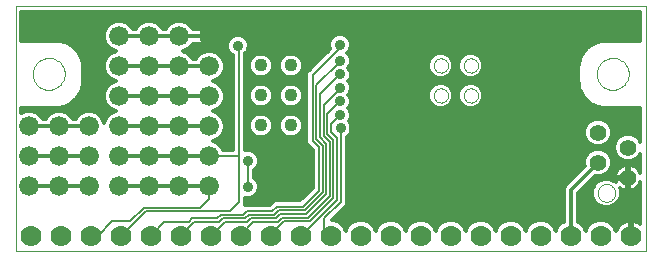
<source format=gbl>
G75*
G70*
%OFA0B0*%
%FSLAX24Y24*%
%IPPOS*%
%LPD*%
%AMOC8*
5,1,8,0,0,1.08239X$1,22.5*
%
%ADD10C,0.0000*%
%ADD11C,0.0700*%
%ADD12C,0.0436*%
%ADD13C,0.0554*%
%ADD14C,0.0120*%
%ADD15C,0.0660*%
%ADD16C,0.0357*%
%ADD17C,0.0060*%
D10*
X000302Y002258D02*
X000302Y010408D01*
X021302Y010408D01*
X021302Y002258D01*
X000302Y002258D01*
X014236Y007438D02*
X014238Y007468D01*
X014244Y007498D01*
X014253Y007527D01*
X014266Y007554D01*
X014283Y007579D01*
X014302Y007602D01*
X014325Y007623D01*
X014350Y007640D01*
X014376Y007654D01*
X014405Y007664D01*
X014434Y007671D01*
X014464Y007674D01*
X014495Y007673D01*
X014525Y007668D01*
X014554Y007659D01*
X014581Y007647D01*
X014607Y007632D01*
X014631Y007613D01*
X014652Y007591D01*
X014670Y007567D01*
X014685Y007540D01*
X014696Y007512D01*
X014704Y007483D01*
X014708Y007453D01*
X014708Y007423D01*
X014704Y007393D01*
X014696Y007364D01*
X014685Y007336D01*
X014670Y007309D01*
X014652Y007285D01*
X014631Y007263D01*
X014607Y007244D01*
X014581Y007229D01*
X014554Y007217D01*
X014525Y007208D01*
X014495Y007203D01*
X014464Y007202D01*
X014434Y007205D01*
X014405Y007212D01*
X014376Y007222D01*
X014350Y007236D01*
X014325Y007253D01*
X014302Y007274D01*
X014283Y007297D01*
X014266Y007322D01*
X014253Y007349D01*
X014244Y007378D01*
X014238Y007408D01*
X014236Y007438D01*
X015236Y007438D02*
X015238Y007468D01*
X015244Y007498D01*
X015253Y007527D01*
X015266Y007554D01*
X015283Y007579D01*
X015302Y007602D01*
X015325Y007623D01*
X015350Y007640D01*
X015376Y007654D01*
X015405Y007664D01*
X015434Y007671D01*
X015464Y007674D01*
X015495Y007673D01*
X015525Y007668D01*
X015554Y007659D01*
X015581Y007647D01*
X015607Y007632D01*
X015631Y007613D01*
X015652Y007591D01*
X015670Y007567D01*
X015685Y007540D01*
X015696Y007512D01*
X015704Y007483D01*
X015708Y007453D01*
X015708Y007423D01*
X015704Y007393D01*
X015696Y007364D01*
X015685Y007336D01*
X015670Y007309D01*
X015652Y007285D01*
X015631Y007263D01*
X015607Y007244D01*
X015581Y007229D01*
X015554Y007217D01*
X015525Y007208D01*
X015495Y007203D01*
X015464Y007202D01*
X015434Y007205D01*
X015405Y007212D01*
X015376Y007222D01*
X015350Y007236D01*
X015325Y007253D01*
X015302Y007274D01*
X015283Y007297D01*
X015266Y007322D01*
X015253Y007349D01*
X015244Y007378D01*
X015238Y007408D01*
X015236Y007438D01*
X015236Y008438D02*
X015238Y008468D01*
X015244Y008498D01*
X015253Y008527D01*
X015266Y008554D01*
X015283Y008579D01*
X015302Y008602D01*
X015325Y008623D01*
X015350Y008640D01*
X015376Y008654D01*
X015405Y008664D01*
X015434Y008671D01*
X015464Y008674D01*
X015495Y008673D01*
X015525Y008668D01*
X015554Y008659D01*
X015581Y008647D01*
X015607Y008632D01*
X015631Y008613D01*
X015652Y008591D01*
X015670Y008567D01*
X015685Y008540D01*
X015696Y008512D01*
X015704Y008483D01*
X015708Y008453D01*
X015708Y008423D01*
X015704Y008393D01*
X015696Y008364D01*
X015685Y008336D01*
X015670Y008309D01*
X015652Y008285D01*
X015631Y008263D01*
X015607Y008244D01*
X015581Y008229D01*
X015554Y008217D01*
X015525Y008208D01*
X015495Y008203D01*
X015464Y008202D01*
X015434Y008205D01*
X015405Y008212D01*
X015376Y008222D01*
X015350Y008236D01*
X015325Y008253D01*
X015302Y008274D01*
X015283Y008297D01*
X015266Y008322D01*
X015253Y008349D01*
X015244Y008378D01*
X015238Y008408D01*
X015236Y008438D01*
X014236Y008438D02*
X014238Y008468D01*
X014244Y008498D01*
X014253Y008527D01*
X014266Y008554D01*
X014283Y008579D01*
X014302Y008602D01*
X014325Y008623D01*
X014350Y008640D01*
X014376Y008654D01*
X014405Y008664D01*
X014434Y008671D01*
X014464Y008674D01*
X014495Y008673D01*
X014525Y008668D01*
X014554Y008659D01*
X014581Y008647D01*
X014607Y008632D01*
X014631Y008613D01*
X014652Y008591D01*
X014670Y008567D01*
X014685Y008540D01*
X014696Y008512D01*
X014704Y008483D01*
X014708Y008453D01*
X014708Y008423D01*
X014704Y008393D01*
X014696Y008364D01*
X014685Y008336D01*
X014670Y008309D01*
X014652Y008285D01*
X014631Y008263D01*
X014607Y008244D01*
X014581Y008229D01*
X014554Y008217D01*
X014525Y008208D01*
X014495Y008203D01*
X014464Y008202D01*
X014434Y008205D01*
X014405Y008212D01*
X014376Y008222D01*
X014350Y008236D01*
X014325Y008253D01*
X014302Y008274D01*
X014283Y008297D01*
X014266Y008322D01*
X014253Y008349D01*
X014244Y008378D01*
X014238Y008408D01*
X014236Y008438D01*
X019671Y008158D02*
X019673Y008204D01*
X019679Y008249D01*
X019689Y008294D01*
X019702Y008337D01*
X019719Y008380D01*
X019740Y008420D01*
X019764Y008459D01*
X019792Y008495D01*
X019823Y008529D01*
X019856Y008561D01*
X019892Y008589D01*
X019930Y008614D01*
X019970Y008636D01*
X020012Y008654D01*
X020055Y008668D01*
X020100Y008679D01*
X020145Y008686D01*
X020191Y008689D01*
X020236Y008688D01*
X020282Y008683D01*
X020327Y008674D01*
X020370Y008662D01*
X020413Y008645D01*
X020454Y008625D01*
X020493Y008602D01*
X020531Y008575D01*
X020565Y008545D01*
X020597Y008513D01*
X020626Y008477D01*
X020652Y008440D01*
X020675Y008400D01*
X020694Y008359D01*
X020709Y008316D01*
X020721Y008271D01*
X020729Y008226D01*
X020733Y008181D01*
X020733Y008135D01*
X020729Y008090D01*
X020721Y008045D01*
X020709Y008000D01*
X020694Y007957D01*
X020675Y007916D01*
X020652Y007876D01*
X020626Y007839D01*
X020597Y007803D01*
X020565Y007771D01*
X020531Y007741D01*
X020493Y007714D01*
X020454Y007691D01*
X020413Y007671D01*
X020370Y007654D01*
X020327Y007642D01*
X020282Y007633D01*
X020236Y007628D01*
X020191Y007627D01*
X020145Y007630D01*
X020100Y007637D01*
X020055Y007648D01*
X020012Y007662D01*
X019970Y007680D01*
X019930Y007702D01*
X019892Y007727D01*
X019856Y007755D01*
X019823Y007787D01*
X019792Y007821D01*
X019764Y007857D01*
X019740Y007896D01*
X019719Y007936D01*
X019702Y007979D01*
X019689Y008022D01*
X019679Y008067D01*
X019673Y008112D01*
X019671Y008158D01*
X019696Y004188D02*
X019698Y004222D01*
X019704Y004256D01*
X019714Y004289D01*
X019727Y004320D01*
X019745Y004350D01*
X019765Y004378D01*
X019789Y004403D01*
X019815Y004425D01*
X019843Y004443D01*
X019874Y004459D01*
X019906Y004471D01*
X019940Y004479D01*
X019974Y004483D01*
X020008Y004483D01*
X020042Y004479D01*
X020076Y004471D01*
X020108Y004459D01*
X020138Y004443D01*
X020167Y004425D01*
X020193Y004403D01*
X020217Y004378D01*
X020237Y004350D01*
X020255Y004320D01*
X020268Y004289D01*
X020278Y004256D01*
X020284Y004222D01*
X020286Y004188D01*
X020284Y004154D01*
X020278Y004120D01*
X020268Y004087D01*
X020255Y004056D01*
X020237Y004026D01*
X020217Y003998D01*
X020193Y003973D01*
X020167Y003951D01*
X020139Y003933D01*
X020108Y003917D01*
X020076Y003905D01*
X020042Y003897D01*
X020008Y003893D01*
X019974Y003893D01*
X019940Y003897D01*
X019906Y003905D01*
X019874Y003917D01*
X019843Y003933D01*
X019815Y003951D01*
X019789Y003973D01*
X019765Y003998D01*
X019745Y004026D01*
X019727Y004056D01*
X019714Y004087D01*
X019704Y004120D01*
X019698Y004154D01*
X019696Y004188D01*
X000871Y008158D02*
X000873Y008204D01*
X000879Y008249D01*
X000889Y008294D01*
X000902Y008337D01*
X000919Y008380D01*
X000940Y008420D01*
X000964Y008459D01*
X000992Y008495D01*
X001023Y008529D01*
X001056Y008561D01*
X001092Y008589D01*
X001130Y008614D01*
X001170Y008636D01*
X001212Y008654D01*
X001255Y008668D01*
X001300Y008679D01*
X001345Y008686D01*
X001391Y008689D01*
X001436Y008688D01*
X001482Y008683D01*
X001527Y008674D01*
X001570Y008662D01*
X001613Y008645D01*
X001654Y008625D01*
X001693Y008602D01*
X001731Y008575D01*
X001765Y008545D01*
X001797Y008513D01*
X001826Y008477D01*
X001852Y008440D01*
X001875Y008400D01*
X001894Y008359D01*
X001909Y008316D01*
X001921Y008271D01*
X001929Y008226D01*
X001933Y008181D01*
X001933Y008135D01*
X001929Y008090D01*
X001921Y008045D01*
X001909Y008000D01*
X001894Y007957D01*
X001875Y007916D01*
X001852Y007876D01*
X001826Y007839D01*
X001797Y007803D01*
X001765Y007771D01*
X001731Y007741D01*
X001693Y007714D01*
X001654Y007691D01*
X001613Y007671D01*
X001570Y007654D01*
X001527Y007642D01*
X001482Y007633D01*
X001436Y007628D01*
X001391Y007627D01*
X001345Y007630D01*
X001300Y007637D01*
X001255Y007648D01*
X001212Y007662D01*
X001170Y007680D01*
X001130Y007702D01*
X001092Y007727D01*
X001056Y007755D01*
X001023Y007787D01*
X000992Y007821D01*
X000964Y007857D01*
X000940Y007896D01*
X000919Y007936D01*
X000902Y007979D01*
X000889Y008022D01*
X000879Y008067D01*
X000873Y008112D01*
X000871Y008158D01*
D11*
X000802Y002758D03*
X001802Y002758D03*
X002802Y002758D03*
X003802Y002758D03*
X004802Y002758D03*
X005802Y002758D03*
X006802Y002758D03*
X007802Y002758D03*
X008802Y002758D03*
X009802Y002758D03*
X010802Y002758D03*
X011802Y002758D03*
X012802Y002758D03*
X013802Y002758D03*
X014802Y002758D03*
X015802Y002758D03*
X016802Y002758D03*
X017802Y002758D03*
X018802Y002758D03*
X019802Y002758D03*
X020802Y002758D03*
D12*
X009472Y006438D03*
X008472Y006438D03*
X008472Y007438D03*
X009472Y007438D03*
X009472Y008438D03*
X008472Y008438D03*
D13*
X019712Y006198D03*
X020712Y005698D03*
X019712Y005198D03*
X020712Y004698D03*
D14*
X020684Y004726D02*
X020684Y004669D01*
X020741Y004669D01*
X020741Y004260D01*
X020747Y004260D01*
X020815Y004271D01*
X020880Y004292D01*
X020941Y004324D01*
X020997Y004364D01*
X021046Y004413D01*
X021086Y004469D01*
X021117Y004530D01*
X021122Y004545D01*
X021122Y003155D01*
X021070Y003194D01*
X020998Y003230D01*
X020922Y003255D01*
X020842Y003268D01*
X020841Y003268D01*
X020841Y002796D01*
X020764Y002796D01*
X020764Y003268D01*
X020762Y003268D01*
X020683Y003255D01*
X020607Y003230D01*
X020535Y003194D01*
X020470Y003147D01*
X020413Y003090D01*
X020366Y003025D01*
X020330Y002953D01*
X020314Y002906D01*
X020252Y003058D01*
X020103Y003207D01*
X019908Y003288D01*
X019697Y003288D01*
X019502Y003207D01*
X019353Y003058D01*
X019302Y002935D01*
X019252Y003058D01*
X019103Y003207D01*
X019042Y003232D01*
X019042Y004188D01*
X019602Y004748D01*
X019621Y004740D01*
X019803Y004740D01*
X019971Y004810D01*
X020100Y004939D01*
X020169Y005107D01*
X020169Y005289D01*
X020100Y005457D01*
X019971Y005585D01*
X019803Y005655D01*
X019621Y005655D01*
X019453Y005585D01*
X019325Y005457D01*
X019255Y005289D01*
X019255Y005107D01*
X019263Y005088D01*
X018599Y004424D01*
X018562Y004335D01*
X018562Y004240D01*
X018562Y003232D01*
X018502Y003207D01*
X018353Y003058D01*
X018302Y002935D01*
X018252Y003058D01*
X018103Y003207D01*
X017908Y003288D01*
X017697Y003288D01*
X017502Y003207D01*
X017353Y003058D01*
X017302Y002935D01*
X017252Y003058D01*
X017103Y003207D01*
X016908Y003288D01*
X016697Y003288D01*
X016502Y003207D01*
X016353Y003058D01*
X016302Y002935D01*
X016252Y003058D01*
X016103Y003207D01*
X015908Y003288D01*
X015697Y003288D01*
X015502Y003207D01*
X015353Y003058D01*
X015302Y002935D01*
X015252Y003058D01*
X015103Y003207D01*
X014908Y003288D01*
X014697Y003288D01*
X014502Y003207D01*
X014353Y003058D01*
X014302Y002935D01*
X014252Y003058D01*
X014103Y003207D01*
X013908Y003288D01*
X013697Y003288D01*
X013502Y003207D01*
X013353Y003058D01*
X013302Y002935D01*
X013252Y003058D01*
X013103Y003207D01*
X012908Y003288D01*
X012697Y003288D01*
X012502Y003207D01*
X012353Y003058D01*
X012302Y002935D01*
X012252Y003058D01*
X012103Y003207D01*
X011908Y003288D01*
X011697Y003288D01*
X011502Y003207D01*
X011353Y003058D01*
X011302Y002935D01*
X011252Y003058D01*
X011103Y003207D01*
X010908Y003288D01*
X010839Y003288D01*
X011342Y003791D01*
X011342Y003965D01*
X011342Y006040D01*
X011436Y006134D01*
X011491Y006266D01*
X011491Y006409D01*
X011436Y006541D01*
X011400Y006578D01*
X011406Y006584D01*
X011461Y006716D01*
X011461Y006859D01*
X011406Y006991D01*
X011385Y007013D01*
X011406Y007034D01*
X011461Y007166D01*
X011461Y007309D01*
X011406Y007441D01*
X011385Y007463D01*
X011406Y007484D01*
X011461Y007616D01*
X011461Y007759D01*
X011406Y007891D01*
X011385Y007913D01*
X011406Y007934D01*
X011461Y008066D01*
X014281Y008066D01*
X014237Y008085D02*
X014390Y008021D01*
X014555Y008021D01*
X014708Y008085D01*
X014825Y008202D01*
X014889Y008355D01*
X014889Y008520D01*
X014825Y008673D01*
X014708Y008790D01*
X014555Y008854D01*
X014390Y008854D01*
X014237Y008790D01*
X014119Y008673D01*
X014056Y008520D01*
X014056Y008355D01*
X014119Y008202D01*
X014237Y008085D01*
X014137Y008185D02*
X011461Y008185D01*
X011461Y008209D02*
X011406Y008341D01*
X011385Y008363D01*
X011406Y008384D01*
X011461Y008516D01*
X011461Y008659D01*
X014114Y008659D01*
X014064Y008540D02*
X011461Y008540D01*
X011461Y008659D02*
X011406Y008791D01*
X011340Y008858D01*
X011406Y008924D01*
X011461Y009056D01*
X011461Y009199D01*
X011406Y009331D01*
X011306Y009432D01*
X011174Y009486D01*
X011031Y009486D01*
X010899Y009432D01*
X010798Y009331D01*
X010744Y009199D01*
X010744Y009056D01*
X010776Y008978D01*
X010115Y008318D01*
X009992Y008195D01*
X009992Y006005D01*
X009992Y005831D01*
X010202Y005621D01*
X010202Y004355D01*
X009785Y003938D01*
X009089Y003938D01*
X008915Y003938D01*
X008765Y003788D01*
X008099Y003788D01*
X007949Y003788D01*
X007952Y003791D01*
X007952Y003965D01*
X007952Y004037D01*
X007971Y004029D01*
X008114Y004029D01*
X008246Y004084D01*
X008346Y004184D01*
X008401Y004316D01*
X008401Y004459D01*
X008346Y004591D01*
X008252Y004685D01*
X008252Y004960D01*
X008346Y005054D01*
X008401Y005186D01*
X008401Y005329D01*
X008346Y005461D01*
X008246Y005562D01*
X008114Y005616D01*
X007971Y005616D01*
X007952Y005609D01*
X007952Y008840D01*
X008006Y008894D01*
X008061Y009026D01*
X008061Y009169D01*
X008006Y009301D01*
X007906Y009402D01*
X007774Y009456D01*
X007631Y009456D01*
X007499Y009402D01*
X007398Y009301D01*
X007344Y009169D01*
X007344Y009026D01*
X007398Y008894D01*
X007499Y008794D01*
X007532Y008780D01*
X007532Y005618D01*
X007217Y005618D01*
X007185Y005696D01*
X007185Y005695D02*
X007532Y005695D01*
X007532Y005814D02*
X007067Y005814D01*
X007041Y005840D02*
X006878Y005908D01*
X007041Y005975D01*
X007185Y006119D01*
X007262Y006306D01*
X007262Y006509D01*
X007185Y006696D01*
X007041Y006840D01*
X006878Y006908D01*
X007041Y006975D01*
X007185Y007119D01*
X007262Y007306D01*
X007262Y007509D01*
X007185Y007696D01*
X007041Y007840D01*
X006878Y007908D01*
X007041Y007975D01*
X007185Y008119D01*
X007262Y008306D01*
X007262Y008509D01*
X007185Y008696D01*
X007041Y008840D01*
X006854Y008918D01*
X006651Y008918D01*
X006463Y008840D01*
X006320Y008696D01*
X006300Y008648D01*
X006205Y008648D01*
X006185Y008696D01*
X006041Y008840D01*
X005878Y008908D01*
X006041Y008975D01*
X006185Y009119D01*
X006205Y009168D01*
X006800Y009168D01*
X006888Y009204D01*
X006956Y009272D01*
X006992Y009360D01*
X006992Y009455D01*
X006956Y009544D01*
X006888Y009611D01*
X006800Y009648D01*
X006205Y009648D01*
X006185Y009696D01*
X006041Y009840D01*
X005854Y009918D01*
X005651Y009918D01*
X005463Y009840D01*
X005320Y009696D01*
X005300Y009648D01*
X005205Y009648D01*
X005185Y009696D01*
X005041Y009840D01*
X004854Y009918D01*
X004651Y009918D01*
X004463Y009840D01*
X004320Y009696D01*
X004300Y009648D01*
X004205Y009648D01*
X004185Y009696D01*
X004041Y009840D01*
X003854Y009918D01*
X003651Y009918D01*
X003463Y009840D01*
X003320Y009696D01*
X003242Y009509D01*
X003242Y009306D01*
X003320Y009119D01*
X003463Y008975D01*
X003627Y008908D01*
X003463Y008840D01*
X003320Y008696D01*
X003242Y008509D01*
X003242Y008306D01*
X003320Y008119D01*
X003463Y007975D01*
X003627Y007908D01*
X003463Y007840D01*
X003320Y007696D01*
X003242Y007509D01*
X003242Y007306D01*
X003320Y007119D01*
X003463Y006975D01*
X003627Y006908D01*
X003463Y006840D01*
X003320Y006696D01*
X003252Y006533D01*
X003185Y006696D01*
X003041Y006840D01*
X002854Y006918D01*
X002651Y006918D01*
X002463Y006840D01*
X002320Y006696D01*
X002300Y006648D01*
X002205Y006648D01*
X002185Y006696D01*
X002041Y006840D01*
X001854Y006918D01*
X001651Y006918D01*
X001463Y006840D01*
X001320Y006696D01*
X001300Y006648D01*
X001205Y006648D01*
X001185Y006696D01*
X001041Y006840D01*
X000854Y006918D01*
X000651Y006918D01*
X000482Y006848D01*
X000482Y007008D01*
X001602Y007008D01*
X001738Y007017D01*
X001870Y007046D01*
X001997Y007094D01*
X002116Y007158D01*
X002224Y007240D01*
X002320Y007336D01*
X002402Y007444D01*
X002466Y007563D01*
X002514Y007690D01*
X002543Y007822D01*
X002552Y007958D01*
X002552Y008358D01*
X002541Y008498D01*
X002508Y008636D01*
X002454Y008766D01*
X002380Y008887D01*
X002289Y008994D01*
X002181Y009086D01*
X002061Y009160D01*
X001930Y009214D01*
X001793Y009247D01*
X001652Y009258D01*
X000482Y009258D01*
X000482Y010228D01*
X021122Y010228D01*
X021122Y009258D01*
X020002Y009258D01*
X019857Y009250D01*
X019715Y009220D01*
X019580Y009168D01*
X019454Y009096D01*
X019341Y009004D01*
X019244Y008897D01*
X019164Y008775D01*
X019105Y008642D01*
X019068Y008502D01*
X019052Y008358D01*
X019052Y007958D01*
X019062Y007822D01*
X019091Y007690D01*
X019138Y007563D01*
X019203Y007444D01*
X019284Y007336D01*
X019380Y007240D01*
X019489Y007158D01*
X019608Y007094D01*
X019735Y007046D01*
X019867Y007017D01*
X020002Y007008D01*
X021122Y007008D01*
X021122Y005902D01*
X021100Y005957D01*
X020971Y006085D01*
X020803Y006155D01*
X020621Y006155D01*
X020453Y006085D01*
X020325Y005957D01*
X020255Y005789D01*
X020255Y005607D01*
X020325Y005439D01*
X020453Y005310D01*
X020621Y005240D01*
X020803Y005240D01*
X020971Y005310D01*
X021100Y005439D01*
X021122Y005493D01*
X021122Y004850D01*
X021117Y004865D01*
X021086Y004927D01*
X021046Y004982D01*
X020997Y005031D01*
X020941Y005071D01*
X020880Y005103D01*
X020815Y005124D01*
X020747Y005135D01*
X020741Y005135D01*
X020741Y004726D01*
X020684Y004726D01*
X020275Y004726D01*
X020275Y004732D01*
X020286Y004800D01*
X020307Y004865D01*
X020338Y004927D01*
X020379Y004982D01*
X020428Y005031D01*
X020483Y005071D01*
X020545Y005103D01*
X020610Y005124D01*
X020678Y005135D01*
X020684Y005135D01*
X020684Y004726D01*
X020684Y004747D02*
X020741Y004747D01*
X020684Y004669D02*
X020275Y004669D01*
X020275Y004663D01*
X020286Y004595D01*
X020300Y004551D01*
X020260Y004591D01*
X020086Y004664D01*
X019897Y004664D01*
X019722Y004591D01*
X019588Y004457D01*
X019516Y004283D01*
X019516Y004094D01*
X019588Y003919D01*
X019722Y003785D01*
X019897Y003713D01*
X020086Y003713D01*
X020260Y003785D01*
X020394Y003919D01*
X020466Y004094D01*
X020466Y004283D01*
X020435Y004359D01*
X020483Y004324D01*
X020545Y004292D01*
X020610Y004271D01*
X020678Y004260D01*
X020684Y004260D01*
X020684Y004669D01*
X020684Y004629D02*
X020741Y004629D01*
X020741Y004510D02*
X020684Y004510D01*
X020684Y004391D02*
X020741Y004391D01*
X020741Y004273D02*
X020684Y004273D01*
X020605Y004273D02*
X020466Y004273D01*
X020466Y004154D02*
X021122Y004154D01*
X021122Y004036D02*
X020442Y004036D01*
X020392Y003917D02*
X021122Y003917D01*
X021122Y003799D02*
X020274Y003799D01*
X019709Y003799D02*
X019042Y003799D01*
X019042Y003917D02*
X019590Y003917D01*
X019540Y004036D02*
X019042Y004036D01*
X019042Y004154D02*
X019516Y004154D01*
X019516Y004273D02*
X019127Y004273D01*
X019246Y004391D02*
X019561Y004391D01*
X019641Y004510D02*
X019364Y004510D01*
X019483Y004629D02*
X019812Y004629D01*
X019819Y004747D02*
X020278Y004747D01*
X020281Y004629D02*
X020170Y004629D01*
X020307Y004866D02*
X020027Y004866D01*
X020119Y004984D02*
X020381Y004984D01*
X020684Y004984D02*
X020741Y004984D01*
X020741Y004866D02*
X020684Y004866D01*
X021044Y004984D02*
X021122Y004984D01*
X021117Y004866D02*
X021122Y004866D01*
X021122Y005103D02*
X020880Y005103D01*
X020741Y005103D02*
X020684Y005103D01*
X020544Y005103D02*
X020168Y005103D01*
X020169Y005221D02*
X021122Y005221D01*
X021122Y005340D02*
X021001Y005340D01*
X021108Y005458D02*
X021122Y005458D01*
X020424Y005340D02*
X020148Y005340D01*
X020098Y005458D02*
X020317Y005458D01*
X020268Y005577D02*
X019980Y005577D01*
X020255Y005695D02*
X011342Y005695D01*
X011342Y005577D02*
X019445Y005577D01*
X019327Y005458D02*
X011342Y005458D01*
X011342Y005340D02*
X019276Y005340D01*
X019255Y005221D02*
X011342Y005221D01*
X011342Y005103D02*
X019257Y005103D01*
X019712Y005198D02*
X018802Y004288D01*
X018802Y002758D01*
X018316Y002969D02*
X018288Y002969D01*
X018222Y003087D02*
X018383Y003087D01*
X018501Y003206D02*
X018104Y003206D01*
X018562Y003325D02*
X010876Y003325D01*
X010995Y003443D02*
X018562Y003443D01*
X018562Y003562D02*
X011113Y003562D01*
X011232Y003680D02*
X018562Y003680D01*
X018562Y003799D02*
X011342Y003799D01*
X011342Y003917D02*
X018562Y003917D01*
X018562Y004036D02*
X011342Y004036D01*
X011342Y004154D02*
X018562Y004154D01*
X018562Y004273D02*
X011342Y004273D01*
X011342Y004391D02*
X018586Y004391D01*
X018685Y004510D02*
X011342Y004510D01*
X011342Y004629D02*
X018804Y004629D01*
X018922Y004747D02*
X011342Y004747D01*
X011342Y004866D02*
X019041Y004866D01*
X019159Y004984D02*
X011342Y004984D01*
X010202Y004984D02*
X008276Y004984D01*
X008252Y004866D02*
X010202Y004866D01*
X010202Y004747D02*
X008252Y004747D01*
X008309Y004629D02*
X010202Y004629D01*
X010202Y004510D02*
X008380Y004510D01*
X008401Y004391D02*
X010202Y004391D01*
X010121Y004273D02*
X008383Y004273D01*
X008316Y004154D02*
X010002Y004154D01*
X009884Y004036D02*
X008130Y004036D01*
X007954Y004036D02*
X007952Y004036D01*
X007952Y003917D02*
X008895Y003917D01*
X008776Y003799D02*
X007952Y003799D01*
X006752Y004408D02*
X005752Y004408D01*
X004752Y004408D01*
X003752Y004408D01*
X002752Y004408D02*
X001752Y004408D01*
X000752Y004408D01*
X000752Y005408D02*
X001752Y005408D01*
X002752Y005408D01*
X003752Y005408D02*
X004752Y005408D01*
X005752Y005408D01*
X006752Y005408D01*
X007041Y005840D02*
X007185Y005696D01*
X006938Y005932D02*
X007532Y005932D01*
X007532Y006051D02*
X007117Y006051D01*
X007206Y006170D02*
X007532Y006170D01*
X007532Y006288D02*
X007255Y006288D01*
X007262Y006407D02*
X007532Y006407D01*
X007532Y006525D02*
X007256Y006525D01*
X007207Y006644D02*
X007532Y006644D01*
X007532Y006762D02*
X007119Y006762D01*
X006943Y006881D02*
X007532Y006881D01*
X007532Y006999D02*
X007065Y006999D01*
X007184Y007118D02*
X007532Y007118D01*
X007532Y007236D02*
X007233Y007236D01*
X007262Y007355D02*
X007532Y007355D01*
X007532Y007474D02*
X007262Y007474D01*
X007228Y007592D02*
X007532Y007592D01*
X007532Y007711D02*
X007171Y007711D01*
X007052Y007829D02*
X007532Y007829D01*
X007532Y007948D02*
X006975Y007948D01*
X007132Y008066D02*
X007532Y008066D01*
X007532Y008185D02*
X007212Y008185D01*
X007261Y008303D02*
X007532Y008303D01*
X007532Y008422D02*
X007262Y008422D01*
X007249Y008540D02*
X007532Y008540D01*
X007532Y008659D02*
X007200Y008659D01*
X007104Y008778D02*
X007532Y008778D01*
X007398Y008896D02*
X006906Y008896D01*
X006599Y008896D02*
X005906Y008896D01*
X006081Y009015D02*
X007348Y009015D01*
X007344Y009133D02*
X006191Y009133D01*
X005752Y009408D02*
X006752Y009408D01*
X006979Y009489D02*
X021122Y009489D01*
X021122Y009607D02*
X006892Y009607D01*
X006992Y009370D02*
X007468Y009370D01*
X007378Y009252D02*
X006936Y009252D01*
X006155Y009726D02*
X021122Y009726D01*
X021122Y009844D02*
X006031Y009844D01*
X005474Y009844D02*
X005031Y009844D01*
X005155Y009726D02*
X005349Y009726D01*
X005752Y009408D02*
X004752Y009408D01*
X003752Y009408D01*
X003283Y009607D02*
X000482Y009607D01*
X000482Y009489D02*
X003242Y009489D01*
X003242Y009370D02*
X000482Y009370D01*
X000482Y009726D02*
X003349Y009726D01*
X003474Y009844D02*
X000482Y009844D01*
X000482Y009963D02*
X021122Y009963D01*
X021122Y010081D02*
X000482Y010081D01*
X000482Y010200D02*
X021122Y010200D01*
X021122Y009370D02*
X011367Y009370D01*
X011439Y009252D02*
X019887Y009252D01*
X019519Y009133D02*
X011461Y009133D01*
X011444Y009015D02*
X019354Y009015D01*
X019243Y008896D02*
X011378Y008896D01*
X011412Y008778D02*
X014224Y008778D01*
X014721Y008778D02*
X015224Y008778D01*
X015237Y008790D02*
X015119Y008673D01*
X015056Y008520D01*
X015056Y008355D01*
X015119Y008202D01*
X015237Y008085D01*
X015390Y008021D01*
X015555Y008021D01*
X015708Y008085D01*
X015825Y008202D01*
X015889Y008355D01*
X015889Y008520D01*
X015825Y008673D01*
X015708Y008790D01*
X015555Y008854D01*
X015390Y008854D01*
X015237Y008790D01*
X015114Y008659D02*
X014831Y008659D01*
X014880Y008540D02*
X015064Y008540D01*
X015056Y008422D02*
X014889Y008422D01*
X014867Y008303D02*
X015077Y008303D01*
X015137Y008185D02*
X014808Y008185D01*
X014663Y008066D02*
X015281Y008066D01*
X015663Y008066D02*
X019052Y008066D01*
X019052Y008185D02*
X015808Y008185D01*
X015867Y008303D02*
X019052Y008303D01*
X019059Y008422D02*
X015889Y008422D01*
X015880Y008540D02*
X019078Y008540D01*
X019113Y008659D02*
X015831Y008659D01*
X015721Y008778D02*
X019166Y008778D01*
X019053Y007948D02*
X011412Y007948D01*
X011432Y007829D02*
X014330Y007829D01*
X014390Y007854D02*
X014237Y007790D01*
X014119Y007673D01*
X014056Y007520D01*
X014056Y007355D01*
X011442Y007355D01*
X011461Y007236D02*
X014105Y007236D01*
X014119Y007202D02*
X014237Y007085D01*
X014390Y007021D01*
X014555Y007021D01*
X014708Y007085D01*
X014825Y007202D01*
X014889Y007355D01*
X015056Y007355D01*
X015119Y007202D01*
X015237Y007085D01*
X015390Y007021D01*
X015555Y007021D01*
X015708Y007085D01*
X015825Y007202D01*
X015889Y007355D01*
X019270Y007355D01*
X019187Y007474D02*
X015889Y007474D01*
X015889Y007520D02*
X015825Y007673D01*
X015708Y007790D01*
X015555Y007854D01*
X015390Y007854D01*
X015237Y007790D01*
X015119Y007673D01*
X015056Y007520D01*
X015056Y007355D01*
X015056Y007474D02*
X014889Y007474D01*
X014889Y007520D02*
X014825Y007673D01*
X014708Y007790D01*
X014555Y007854D01*
X014390Y007854D01*
X014615Y007829D02*
X015330Y007829D01*
X015157Y007711D02*
X014788Y007711D01*
X014859Y007592D02*
X015086Y007592D01*
X014889Y007520D02*
X014889Y007355D01*
X014840Y007236D02*
X015105Y007236D01*
X015203Y007118D02*
X014741Y007118D01*
X014203Y007118D02*
X011441Y007118D01*
X011398Y006999D02*
X021122Y006999D01*
X021122Y006881D02*
X011452Y006881D01*
X011461Y006762D02*
X021122Y006762D01*
X021122Y006644D02*
X019830Y006644D01*
X019803Y006655D02*
X019621Y006655D01*
X019453Y006585D01*
X019325Y006457D01*
X019255Y006289D01*
X019255Y006107D01*
X019325Y005939D01*
X019453Y005810D01*
X019621Y005740D01*
X019803Y005740D01*
X019971Y005810D01*
X020100Y005939D01*
X020169Y006107D01*
X020169Y006289D01*
X020100Y006457D01*
X019971Y006585D01*
X019803Y006655D01*
X019595Y006644D02*
X011431Y006644D01*
X011443Y006525D02*
X019393Y006525D01*
X019304Y006407D02*
X011491Y006407D01*
X011491Y006288D02*
X019255Y006288D01*
X019255Y006170D02*
X011451Y006170D01*
X011353Y006051D02*
X019278Y006051D01*
X019331Y005932D02*
X011342Y005932D01*
X011342Y005814D02*
X019450Y005814D01*
X019975Y005814D02*
X020266Y005814D01*
X020315Y005932D02*
X020094Y005932D01*
X020146Y006051D02*
X020419Y006051D01*
X020169Y006170D02*
X021122Y006170D01*
X021122Y006288D02*
X020169Y006288D01*
X020121Y006407D02*
X021122Y006407D01*
X021122Y006525D02*
X020031Y006525D01*
X021005Y006051D02*
X021122Y006051D01*
X021110Y005932D02*
X021122Y005932D01*
X019606Y004747D02*
X019601Y004747D01*
X020820Y004273D02*
X021122Y004273D01*
X021122Y004391D02*
X021024Y004391D01*
X021107Y004510D02*
X021122Y004510D01*
X021122Y003680D02*
X019042Y003680D01*
X019042Y003562D02*
X021122Y003562D01*
X021122Y003443D02*
X019042Y003443D01*
X019042Y003325D02*
X021122Y003325D01*
X021122Y003206D02*
X021046Y003206D01*
X020841Y003206D02*
X020764Y003206D01*
X020764Y003087D02*
X020841Y003087D01*
X020559Y003206D02*
X020104Y003206D01*
X020222Y003087D02*
X020412Y003087D01*
X020338Y002969D02*
X020289Y002969D01*
X020764Y002969D02*
X020841Y002969D01*
X020841Y002850D02*
X020764Y002850D01*
X019501Y003206D02*
X019104Y003206D01*
X019222Y003087D02*
X019383Y003087D01*
X019316Y002969D02*
X019289Y002969D01*
X017501Y003206D02*
X017104Y003206D01*
X017222Y003087D02*
X017383Y003087D01*
X017316Y002969D02*
X017288Y002969D01*
X016501Y003206D02*
X016104Y003206D01*
X016222Y003087D02*
X016383Y003087D01*
X016316Y002969D02*
X016288Y002969D01*
X015501Y003206D02*
X015104Y003206D01*
X015222Y003087D02*
X015383Y003087D01*
X015316Y002969D02*
X015288Y002969D01*
X014501Y003206D02*
X014104Y003206D01*
X014222Y003087D02*
X014383Y003087D01*
X014316Y002969D02*
X014288Y002969D01*
X013501Y003206D02*
X013104Y003206D01*
X013222Y003087D02*
X013383Y003087D01*
X013316Y002969D02*
X013288Y002969D01*
X012501Y003206D02*
X012104Y003206D01*
X012222Y003087D02*
X012383Y003087D01*
X012316Y002969D02*
X012288Y002969D01*
X011501Y003206D02*
X011104Y003206D01*
X011222Y003087D02*
X011383Y003087D01*
X011316Y002969D02*
X011288Y002969D01*
X010202Y005103D02*
X008366Y005103D01*
X008401Y005221D02*
X010202Y005221D01*
X010202Y005340D02*
X008397Y005340D01*
X008348Y005458D02*
X010202Y005458D01*
X010202Y005577D02*
X008209Y005577D01*
X007952Y005695D02*
X010128Y005695D01*
X010009Y005814D02*
X007952Y005814D01*
X007952Y005932D02*
X009992Y005932D01*
X009698Y006100D02*
X009552Y006040D01*
X009393Y006040D01*
X009247Y006100D01*
X009135Y006212D01*
X009074Y006358D01*
X009074Y006517D01*
X009135Y006663D01*
X009247Y006775D01*
X009393Y006836D01*
X009552Y006836D01*
X009698Y006775D01*
X009810Y006663D01*
X009870Y006517D01*
X009870Y006358D01*
X009810Y006212D01*
X009698Y006100D01*
X009767Y006170D02*
X009992Y006170D01*
X009992Y006288D02*
X009841Y006288D01*
X009870Y006407D02*
X009992Y006407D01*
X009992Y006525D02*
X009867Y006525D01*
X009818Y006644D02*
X009992Y006644D01*
X009992Y006762D02*
X009711Y006762D01*
X009992Y006881D02*
X007952Y006881D01*
X007952Y006999D02*
X009992Y006999D01*
X009810Y007212D02*
X009698Y007100D01*
X009552Y007040D01*
X009393Y007040D01*
X009247Y007100D01*
X009135Y007212D01*
X009074Y007358D01*
X009074Y007517D01*
X009135Y007663D01*
X009247Y007775D01*
X009393Y007836D01*
X009552Y007836D01*
X009698Y007775D01*
X009810Y007663D01*
X009870Y007517D01*
X009870Y007358D01*
X009810Y007212D01*
X009820Y007236D02*
X009992Y007236D01*
X009992Y007118D02*
X009716Y007118D01*
X009229Y007118D02*
X008716Y007118D01*
X008698Y007100D02*
X008810Y007212D01*
X008870Y007358D01*
X008870Y007517D01*
X008810Y007663D01*
X008698Y007775D01*
X008552Y007836D01*
X008393Y007836D01*
X008247Y007775D01*
X008135Y007663D01*
X008074Y007517D01*
X008074Y007358D01*
X008135Y007212D01*
X008247Y007100D01*
X008393Y007040D01*
X008552Y007040D01*
X008698Y007100D01*
X008229Y007118D02*
X007952Y007118D01*
X007952Y007236D02*
X008125Y007236D01*
X008076Y007355D02*
X007952Y007355D01*
X007952Y007474D02*
X008074Y007474D01*
X008105Y007592D02*
X007952Y007592D01*
X007952Y007711D02*
X008182Y007711D01*
X008377Y007829D02*
X007952Y007829D01*
X007952Y007948D02*
X009992Y007948D01*
X009992Y007829D02*
X009567Y007829D01*
X009377Y007829D02*
X008567Y007829D01*
X008762Y007711D02*
X009182Y007711D01*
X009105Y007592D02*
X008839Y007592D01*
X008870Y007474D02*
X009074Y007474D01*
X009076Y007355D02*
X008869Y007355D01*
X008820Y007236D02*
X009125Y007236D01*
X009869Y007355D02*
X009992Y007355D01*
X009992Y007474D02*
X009870Y007474D01*
X009839Y007592D02*
X009992Y007592D01*
X009992Y007711D02*
X009762Y007711D01*
X009552Y008040D02*
X009393Y008040D01*
X009247Y008100D01*
X009135Y008212D01*
X009074Y008358D01*
X009074Y008517D01*
X009135Y008663D01*
X009247Y008775D01*
X009393Y008836D01*
X009552Y008836D01*
X009698Y008775D01*
X009810Y008663D01*
X009870Y008517D01*
X009870Y008358D01*
X009810Y008212D01*
X009698Y008100D01*
X009552Y008040D01*
X009616Y008066D02*
X009992Y008066D01*
X009992Y008185D02*
X009783Y008185D01*
X009848Y008303D02*
X010101Y008303D01*
X010220Y008422D02*
X009870Y008422D01*
X009861Y008540D02*
X010338Y008540D01*
X010457Y008659D02*
X009812Y008659D01*
X009692Y008778D02*
X010575Y008778D01*
X010694Y008896D02*
X008007Y008896D01*
X008056Y009015D02*
X010761Y009015D01*
X010744Y009133D02*
X008061Y009133D01*
X008027Y009252D02*
X010765Y009252D01*
X010838Y009370D02*
X007937Y009370D01*
X008247Y008775D02*
X008393Y008836D01*
X008552Y008836D01*
X008698Y008775D01*
X008810Y008663D01*
X008870Y008517D01*
X008870Y008358D01*
X008810Y008212D01*
X008698Y008100D01*
X008552Y008040D01*
X008393Y008040D01*
X008247Y008100D01*
X008135Y008212D01*
X008074Y008358D01*
X008074Y008517D01*
X008135Y008663D01*
X008247Y008775D01*
X008253Y008778D02*
X007952Y008778D01*
X007952Y008659D02*
X008133Y008659D01*
X008084Y008540D02*
X007952Y008540D01*
X007952Y008422D02*
X008074Y008422D01*
X008097Y008303D02*
X007952Y008303D01*
X007952Y008185D02*
X008162Y008185D01*
X008329Y008066D02*
X007952Y008066D01*
X008616Y008066D02*
X009329Y008066D01*
X009162Y008185D02*
X008783Y008185D01*
X008848Y008303D02*
X009097Y008303D01*
X009074Y008422D02*
X008870Y008422D01*
X008861Y008540D02*
X009084Y008540D01*
X009133Y008659D02*
X008812Y008659D01*
X008692Y008778D02*
X009253Y008778D01*
X011422Y008422D02*
X014056Y008422D01*
X014077Y008303D02*
X011422Y008303D01*
X011461Y008209D02*
X011461Y008066D01*
X011461Y007711D02*
X014157Y007711D01*
X014086Y007592D02*
X011451Y007592D01*
X011396Y007474D02*
X014056Y007474D01*
X014056Y007355D02*
X014119Y007202D01*
X015741Y007118D02*
X019563Y007118D01*
X019385Y007236D02*
X015840Y007236D01*
X015889Y007355D02*
X015889Y007520D01*
X015859Y007592D02*
X019127Y007592D01*
X019086Y007711D02*
X015788Y007711D01*
X015615Y007829D02*
X019062Y007829D01*
X009992Y006051D02*
X009579Y006051D01*
X009365Y006051D02*
X008579Y006051D01*
X008552Y006040D02*
X008698Y006100D01*
X008810Y006212D01*
X008870Y006358D01*
X008870Y006517D01*
X008810Y006663D01*
X008698Y006775D01*
X008552Y006836D01*
X008393Y006836D01*
X008247Y006775D01*
X008135Y006663D01*
X008074Y006517D01*
X008074Y006358D01*
X008135Y006212D01*
X008247Y006100D01*
X008393Y006040D01*
X008552Y006040D01*
X008365Y006051D02*
X007952Y006051D01*
X007952Y006170D02*
X008177Y006170D01*
X008103Y006288D02*
X007952Y006288D01*
X007952Y006407D02*
X008074Y006407D01*
X008078Y006525D02*
X007952Y006525D01*
X007952Y006644D02*
X008127Y006644D01*
X008234Y006762D02*
X007952Y006762D01*
X008711Y006762D02*
X009234Y006762D01*
X009127Y006644D02*
X008818Y006644D01*
X008867Y006525D02*
X009078Y006525D01*
X009074Y006407D02*
X008870Y006407D01*
X008841Y006288D02*
X009103Y006288D01*
X009177Y006170D02*
X008767Y006170D01*
X006752Y006408D02*
X005752Y006408D01*
X004752Y006408D01*
X003752Y006408D01*
X003298Y006644D02*
X003207Y006644D01*
X003119Y006762D02*
X003386Y006762D01*
X003562Y006881D02*
X002943Y006881D01*
X002562Y006881D02*
X001943Y006881D01*
X002119Y006762D02*
X002386Y006762D01*
X001562Y006881D02*
X000943Y006881D01*
X001119Y006762D02*
X001386Y006762D01*
X001752Y006408D02*
X000752Y006408D01*
X001752Y006408D02*
X002752Y006408D01*
X003439Y006999D02*
X000482Y006999D01*
X000482Y006881D02*
X000562Y006881D01*
X002042Y007118D02*
X003321Y007118D01*
X003271Y007236D02*
X002220Y007236D01*
X002335Y007355D02*
X003242Y007355D01*
X003242Y007474D02*
X002418Y007474D01*
X002477Y007592D02*
X003277Y007592D01*
X003334Y007711D02*
X002518Y007711D01*
X002543Y007829D02*
X003453Y007829D01*
X003530Y007948D02*
X002552Y007948D01*
X002552Y008066D02*
X003372Y008066D01*
X003293Y008185D02*
X002552Y008185D01*
X002552Y008303D02*
X003244Y008303D01*
X003242Y008422D02*
X002547Y008422D01*
X002531Y008540D02*
X003255Y008540D01*
X003304Y008659D02*
X002499Y008659D01*
X002447Y008778D02*
X003401Y008778D01*
X003599Y008896D02*
X002372Y008896D01*
X002265Y009015D02*
X003424Y009015D01*
X003314Y009133D02*
X002104Y009133D01*
X001728Y009252D02*
X003265Y009252D01*
X004155Y009726D02*
X004349Y009726D01*
X004474Y009844D02*
X004031Y009844D01*
X006104Y008778D02*
X006401Y008778D01*
X006304Y008659D02*
X006200Y008659D01*
X005752Y008408D02*
X006752Y008408D01*
X005752Y008408D02*
X004752Y008408D01*
X003752Y008408D01*
X003752Y007408D02*
X004752Y007408D01*
X005752Y007408D01*
X006752Y007408D01*
D15*
X006752Y007408D03*
X005752Y007408D03*
X004752Y007408D03*
X003752Y007408D03*
X003752Y006408D03*
X002752Y006408D03*
X001752Y006408D03*
X000752Y006408D03*
X000752Y005408D03*
X001752Y005408D03*
X002752Y005408D03*
X003752Y005408D03*
X004752Y005408D03*
X005752Y005408D03*
X006752Y005408D03*
X006752Y004408D03*
X005752Y004408D03*
X004752Y004408D03*
X003752Y004408D03*
X002752Y004408D03*
X001752Y004408D03*
X000752Y004408D03*
X004752Y006408D03*
X005752Y006408D03*
X006752Y006408D03*
X006752Y008408D03*
X005752Y008408D03*
X004752Y008408D03*
X003752Y008408D03*
X003752Y009408D03*
X004752Y009408D03*
X005752Y009408D03*
X006752Y009408D03*
D16*
X007702Y009098D03*
X011102Y009128D03*
X011102Y008588D03*
X011102Y008138D03*
X011102Y007688D03*
X011102Y007238D03*
X011102Y006788D03*
X011132Y006338D03*
X008042Y005258D03*
X008042Y004388D03*
D17*
X008042Y005258D01*
X007742Y005408D02*
X006752Y005408D01*
X007742Y005408D02*
X007742Y009038D01*
X007682Y009098D01*
X007702Y009098D01*
X010202Y008108D02*
X010202Y005918D01*
X010412Y005708D01*
X010412Y004268D01*
X009872Y003728D01*
X009002Y003728D01*
X008852Y003578D01*
X008012Y003578D01*
X007892Y003458D01*
X007142Y003458D01*
X007022Y003338D01*
X006182Y003338D01*
X006062Y003218D01*
X005252Y003218D01*
X004802Y002768D01*
X004802Y002758D01*
X004652Y003578D02*
X003802Y002758D01*
X003512Y003248D02*
X003032Y002768D01*
X002822Y002768D01*
X002812Y002758D01*
X002802Y002758D01*
X003512Y003248D02*
X004112Y003248D01*
X004562Y003698D01*
X006452Y003698D01*
X006752Y003998D01*
X006752Y004408D01*
X007442Y003578D02*
X007742Y003878D01*
X007742Y005408D01*
X010322Y005978D02*
X010532Y005768D01*
X010532Y004208D01*
X009932Y003608D01*
X009062Y003608D01*
X008912Y003458D01*
X008072Y003458D01*
X007952Y003338D01*
X007202Y003338D01*
X007082Y003218D01*
X006242Y003218D01*
X005792Y002768D01*
X005802Y002758D01*
X006802Y002758D02*
X007262Y003218D01*
X008012Y003218D01*
X008132Y003338D01*
X008972Y003338D01*
X009122Y003488D01*
X009992Y003488D01*
X010652Y004148D01*
X010652Y005828D01*
X010442Y006038D01*
X010442Y007478D01*
X011102Y008138D01*
X011102Y008558D02*
X010322Y007778D01*
X010322Y005978D01*
X010562Y006098D02*
X010772Y005888D01*
X010772Y004088D01*
X010052Y003368D01*
X009182Y003368D01*
X009032Y003218D01*
X008222Y003218D01*
X007772Y002768D01*
X007782Y002758D01*
X007802Y002758D01*
X008792Y002798D02*
X009242Y003248D01*
X010112Y003248D01*
X010892Y004028D01*
X010892Y005948D01*
X010682Y006158D01*
X010682Y006818D01*
X011102Y007238D01*
X011102Y007658D02*
X010562Y007118D01*
X010562Y006098D01*
X010802Y006218D02*
X011012Y006008D01*
X011012Y003938D01*
X009812Y002738D01*
X009802Y002748D01*
X009802Y002758D01*
X010592Y002948D02*
X010802Y002768D01*
X010802Y002758D01*
X010592Y002948D02*
X010592Y003338D01*
X011132Y003878D01*
X011132Y006338D01*
X010802Y006218D02*
X010802Y006488D01*
X011102Y006788D01*
X011102Y007658D02*
X011102Y007688D01*
X010202Y008108D02*
X011102Y009008D01*
X011102Y009128D01*
X011102Y008588D02*
X011102Y008558D01*
X007442Y003578D02*
X004652Y003578D01*
X008792Y002798D02*
X008802Y002788D01*
X008802Y002758D01*
M02*

</source>
